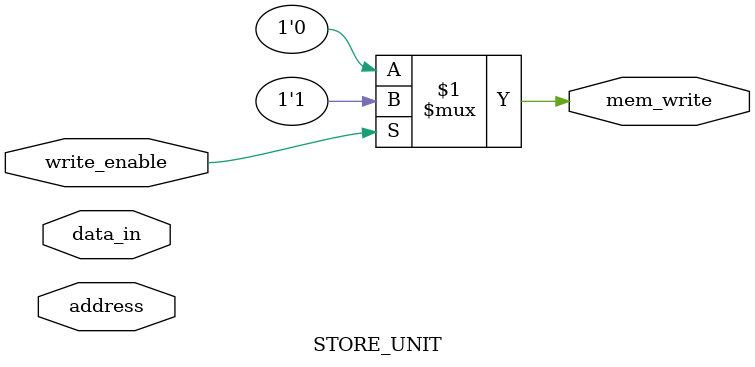
<source format=v>

module STORE_UNIT (
    input wire [31:0] data_in,  // Data to be stored
    input wire [31:0] address,  // Memory address
    input wire write_enable,    // Control signal to enable write
    output wire mem_write       // Memory write control signal
);

assign mem_write = (write_enable) ? 1'b1 : 1'b0;

endmodule


</source>
